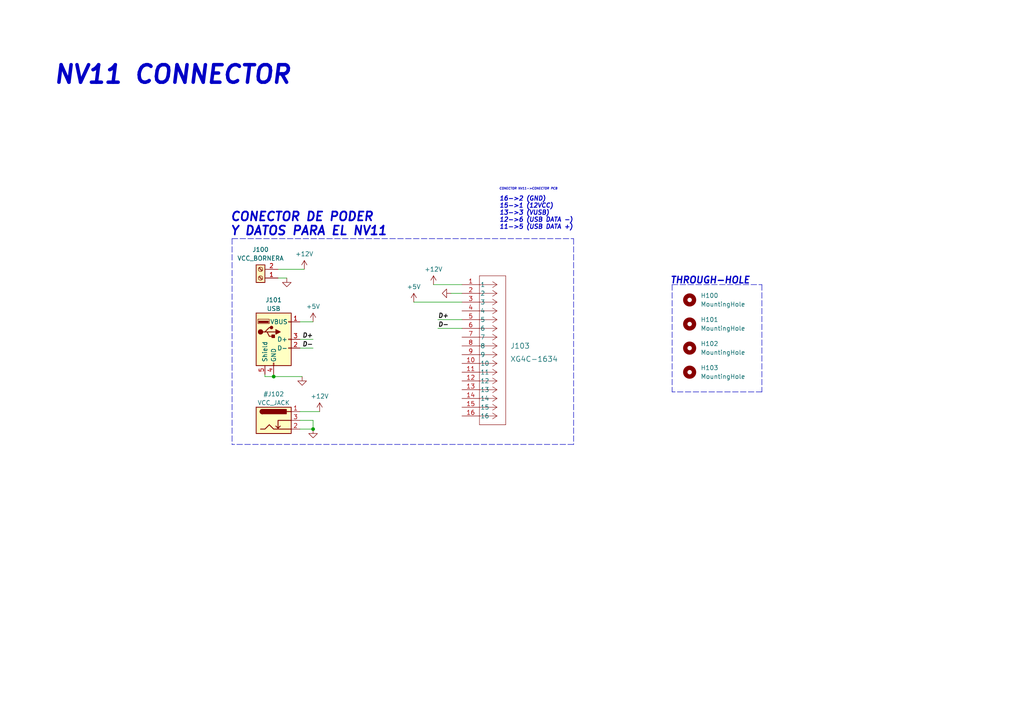
<source format=kicad_sch>
(kicad_sch (version 20211123) (generator eeschema)
  (paper "A4")
  (lib_symbols
    (symbol "Connector:Barrel_Jack_Switch" (pin_names hide)
      (property "Reference" "J" (at 0 5.334 0))
      (property "Value" "Barrel_Jack_Switch" (at 0 -5.08 0))
      (symbol "Barrel_Jack_Switch_0_1"
        (rectangle (start -5.08 3.81) (end 5.08 -3.81) (stroke (width 0.254)) (fill (type background)))
        (arc (start -3.302 3.175) (mid -3.937 2.54) (end -3.302 1.905) (stroke (width 0.254)))
        (arc (start -3.302 3.175) (mid -3.937 2.54) (end -3.302 1.905) (stroke (width 0.254)) (fill (type outline)))
        (polyline (pts (xy 1.27 -2.286) (xy 1.905 -1.651)) (stroke (width 0.254)))
        (polyline (pts (xy 5.08 2.54) (xy 3.81 2.54)) (stroke (width 0.254)))
        (polyline (pts (xy 5.08 0) (xy 1.27 0) (xy 1.27 -2.286) (xy 0.635 -1.651)) (stroke (width 0.254)))
        (polyline (pts (xy -3.81 -2.54) (xy -2.54 -2.54) (xy -1.27 -1.27) (xy 0 -2.54) (xy 2.54 -2.54) (xy 5.08 -2.54)) (stroke (width 0.254)))
        (rectangle (start 3.683 3.175) (end -3.302 1.905) (stroke (width 0.254)) (fill (type outline)))
      )
      (symbol "Barrel_Jack_Switch_1_1"
        (pin passive line (at 7.62 2.54 180) (length 2.54) (name "~") (number "1"))
        (pin passive line (at 7.62 -2.54 180) (length 2.54) (name "~") (number "2"))
        (pin passive line (at 7.62 0 180) (length 2.54) (name "~") (number "3"))
      )
    )
    (symbol "Connector:Screw_Terminal_01x02" (pin_names (offset 1.016) hide)
      (property "Reference" "J" (at 0 2.54 0))
      (property "Value" "Screw_Terminal_01x02" (at 0 -5.08 0))
      (symbol "Screw_Terminal_01x02_1_1"
        (rectangle (start -1.27 1.27) (end 1.27 -3.81) (stroke (width 0.254)) (fill (type background)))
        (circle (center 0 -2.54) (radius 0.635) (stroke (width 0.1524)))
        (polyline (pts (xy -0.5334 -2.2098) (xy 0.3302 -3.048)) (stroke (width 0.1524)))
        (polyline (pts (xy -0.5334 0.3302) (xy 0.3302 -0.508)) (stroke (width 0.1524)))
        (polyline (pts (xy -0.3556 -2.032) (xy 0.508 -2.8702)) (stroke (width 0.1524)))
        (polyline (pts (xy -0.3556 0.508) (xy 0.508 -0.3302)) (stroke (width 0.1524)))
        (circle (center 0 0) (radius 0.635) (stroke (width 0.1524)))
        (pin passive line (at -5.08 0 0) (length 3.81) (name "Pin_1") (number "1"))
        (pin passive line (at -5.08 -2.54 0) (length 3.81) (name "Pin_2") (number "2"))
      )
    )
    (symbol "Connector:USB_A" (pin_names (offset 1.016))
      (property "Reference" "J" (at -5.08 11.43 0))
      (property "Value" "USB_A" (at -5.08 8.89 0))
      (symbol "USB_A_0_1"
        (rectangle (start -5.08 -7.62) (end 5.08 7.62) (stroke (width 0.254)) (fill (type background)))
        (circle (center -3.81 2.159) (radius 0.635) (stroke (width 0.254)) (fill (type outline)))
        (rectangle (start -1.524 4.826) (end -4.318 5.334) (fill (type outline)))
        (rectangle (start -1.27 4.572) (end -4.572 5.842))
        (circle (center -0.635 3.429) (radius 0.381) (stroke (width 0.254)) (fill (type outline)))
        (rectangle (start -0.127 -7.62) (end 0.127 -6.858))
        (polyline (pts (xy -3.175 2.159) (xy -2.54 2.159) (xy -1.27 3.429) (xy -0.635 3.429)) (stroke (width 0.254)))
        (polyline (pts (xy -2.54 2.159) (xy -1.905 2.159) (xy -1.27 0.889) (xy 0 0.889)) (stroke (width 0.254)))
        (polyline (pts (xy 0.635 2.794) (xy 0.635 1.524) (xy 1.905 2.159) (xy 0.635 2.794)) (stroke (width 0.254)) (fill (type outline)))
        (rectangle (start 0.254 1.27) (end -0.508 0.508) (stroke (width 0.254)) (fill (type outline)))
        (rectangle (start 5.08 -2.667) (end 4.318 -2.413))
        (rectangle (start 5.08 -0.127) (end 4.318 0.127))
        (rectangle (start 5.08 4.953) (end 4.318 5.207))
      )
      (symbol "USB_A_1_1"
        (polyline (pts (xy -1.905 2.159) (xy 0.635 2.159)) (stroke (width 0.254)))
        (pin power_in line (at 7.62 5.08 180) (length 2.54) (name "VBUS") (number "1"))
        (pin bidirectional line (at 7.62 -2.54 180) (length 2.54) (name "D-") (number "2"))
        (pin bidirectional line (at 7.62 0 180) (length 2.54) (name "D+") (number "3"))
        (pin power_in line (at 0 -10.16 90) (length 2.54) (name "GND") (number "4"))
        (pin passive line (at -2.54 -10.16 90) (length 2.54) (name "Shield") (number "5"))
      )
    )
    (symbol "Mechanical:MountingHole" (pin_names (offset 1.016))
      (property "Reference" "H" (at 0 5.08 0))
      (property "Value" "MountingHole" (at 0 3.175 0))
      (symbol "MountingHole_0_1"
        (circle (center 0 0) (radius 1.27) (stroke (width 1.27)))
      )
    )
    (symbol "XG4C-1634:XG4C-1634" (pin_names (offset 0.254))
      (property "Reference" "J" (at 8.89 6.35 0))
      (property "Value" "XG4C-1634" (at 0 0 0))
      (symbol "XG4C-1634_0_1"
        (polyline (pts (xy 5.08 -40.64) (xy 12.7 -40.64)) (stroke (width 0.127)))
        (polyline (pts (xy 5.08 2.54) (xy 5.08 -40.64)) (stroke (width 0.127)))
        (polyline (pts (xy 10.16 -38.1) (xy 5.08 -38.1)) (stroke (width 0.127)))
        (polyline (pts (xy 10.16 -38.1) (xy 8.89 -38.9467)) (stroke (width 0.127)))
        (polyline (pts (xy 10.16 -38.1) (xy 8.89 -37.2533)) (stroke (width 0.127)))
        (polyline (pts (xy 10.16 -35.56) (xy 5.08 -35.56)) (stroke (width 0.127)))
        (polyline (pts (xy 10.16 -35.56) (xy 8.89 -36.4067)) (stroke (width 0.127)))
        (polyline (pts (xy 10.16 -35.56) (xy 8.89 -34.7133)) (stroke (width 0.127)))
        (polyline (pts (xy 10.16 -33.02) (xy 5.08 -33.02)) (stroke (width 0.127)))
        (polyline (pts (xy 10.16 -33.02) (xy 8.89 -33.8667)) (stroke (width 0.127)))
        (polyline (pts (xy 10.16 -33.02) (xy 8.89 -32.1733)) (stroke (width 0.127)))
        (polyline (pts (xy 10.16 -30.48) (xy 5.08 -30.48)) (stroke (width 0.127)))
        (polyline (pts (xy 10.16 -30.48) (xy 8.89 -31.3267)) (stroke (width 0.127)))
        (polyline (pts (xy 10.16 -30.48) (xy 8.89 -29.6333)) (stroke (width 0.127)))
        (polyline (pts (xy 10.16 -27.94) (xy 5.08 -27.94)) (stroke (width 0.127)))
        (polyline (pts (xy 10.16 -27.94) (xy 8.89 -28.7867)) (stroke (width 0.127)))
        (polyline (pts (xy 10.16 -27.94) (xy 8.89 -27.0933)) (stroke (width 0.127)))
        (polyline (pts (xy 10.16 -25.4) (xy 5.08 -25.4)) (stroke (width 0.127)))
        (polyline (pts (xy 10.16 -25.4) (xy 8.89 -26.2467)) (stroke (width 0.127)))
        (polyline (pts (xy 10.16 -25.4) (xy 8.89 -24.5533)) (stroke (width 0.127)))
        (polyline (pts (xy 10.16 -22.86) (xy 5.08 -22.86)) (stroke (width 0.127)))
        (polyline (pts (xy 10.16 -22.86) (xy 8.89 -23.7067)) (stroke (width 0.127)))
        (polyline (pts (xy 10.16 -22.86) (xy 8.89 -22.0133)) (stroke (width 0.127)))
        (polyline (pts (xy 10.16 -20.32) (xy 5.08 -20.32)) (stroke (width 0.127)))
        (polyline (pts (xy 10.16 -20.32) (xy 8.89 -21.1667)) (stroke (width 0.127)))
        (polyline (pts (xy 10.16 -20.32) (xy 8.89 -19.4733)) (stroke (width 0.127)))
        (polyline (pts (xy 10.16 -17.78) (xy 5.08 -17.78)) (stroke (width 0.127)))
        (polyline (pts (xy 10.16 -17.78) (xy 8.89 -18.6267)) (stroke (width 0.127)))
        (polyline (pts (xy 10.16 -17.78) (xy 8.89 -16.9333)) (stroke (width 0.127)))
        (polyline (pts (xy 10.16 -15.24) (xy 5.08 -15.24)) (stroke (width 0.127)))
        (polyline (pts (xy 10.16 -15.24) (xy 8.89 -16.0867)) (stroke (width 0.127)))
        (polyline (pts (xy 10.16 -15.24) (xy 8.89 -14.3933)) (stroke (width 0.127)))
        (polyline (pts (xy 10.16 -12.7) (xy 5.08 -12.7)) (stroke (width 0.127)))
        (polyline (pts (xy 10.16 -12.7) (xy 8.89 -13.5467)) (stroke (width 0.127)))
        (polyline (pts (xy 10.16 -12.7) (xy 8.89 -11.8533)) (stroke (width 0.127)))
        (polyline (pts (xy 10.16 -10.16) (xy 5.08 -10.16)) (stroke (width 0.127)))
        (polyline (pts (xy 10.16 -10.16) (xy 8.89 -11.0067)) (stroke (width 0.127)))
        (polyline (pts (xy 10.16 -10.16) (xy 8.89 -9.3133)) (stroke (width 0.127)))
        (polyline (pts (xy 10.16 -7.62) (xy 5.08 -7.62)) (stroke (width 0.127)))
        (polyline (pts (xy 10.16 -7.62) (xy 8.89 -8.4667)) (stroke (width 0.127)))
        (polyline (pts (xy 10.16 -7.62) (xy 8.89 -6.7733)) (stroke (width 0.127)))
        (polyline (pts (xy 10.16 -5.08) (xy 5.08 -5.08)) (stroke (width 0.127)))
        (polyline (pts (xy 10.16 -5.08) (xy 8.89 -5.9267)) (stroke (width 0.127)))
        (polyline (pts (xy 10.16 -5.08) (xy 8.89 -4.2333)) (stroke (width 0.127)))
        (polyline (pts (xy 10.16 -2.54) (xy 5.08 -2.54)) (stroke (width 0.127)))
        (polyline (pts (xy 10.16 -2.54) (xy 8.89 -3.3867)) (stroke (width 0.127)))
        (polyline (pts (xy 10.16 -2.54) (xy 8.89 -1.6933)) (stroke (width 0.127)))
        (polyline (pts (xy 10.16 0) (xy 5.08 0)) (stroke (width 0.127)))
        (polyline (pts (xy 10.16 0) (xy 8.89 -0.8467)) (stroke (width 0.127)))
        (polyline (pts (xy 10.16 0) (xy 8.89 0.8467)) (stroke (width 0.127)))
        (polyline (pts (xy 12.7 -40.64) (xy 12.7 2.54)) (stroke (width 0.127)))
        (polyline (pts (xy 12.7 2.54) (xy 5.08 2.54)) (stroke (width 0.127)))
        (pin unspecified line (at 0 0 0) (length 5.08) (name "1") (number "1"))
        (pin unspecified line (at 0 -22.86 0) (length 5.08) (name "10") (number "10"))
        (pin unspecified line (at 0 -25.4 0) (length 5.08) (name "11") (number "11"))
        (pin unspecified line (at 0 -27.94 0) (length 5.08) (name "12") (number "12"))
        (pin unspecified line (at 0 -30.48 0) (length 5.08) (name "13") (number "13"))
        (pin unspecified line (at 0 -33.02 0) (length 5.08) (name "14") (number "14"))
        (pin unspecified line (at 0 -35.56 0) (length 5.08) (name "15") (number "15"))
        (pin unspecified line (at 0 -38.1 0) (length 5.08) (name "16") (number "16"))
        (pin unspecified line (at 0 -2.54 0) (length 5.08) (name "2") (number "2"))
        (pin unspecified line (at 0 -5.08 0) (length 5.08) (name "3") (number "3"))
        (pin unspecified line (at 0 -7.62 0) (length 5.08) (name "4") (number "4"))
        (pin unspecified line (at 0 -10.16 0) (length 5.08) (name "5") (number "5"))
        (pin unspecified line (at 0 -12.7 0) (length 5.08) (name "6") (number "6"))
        (pin unspecified line (at 0 -15.24 0) (length 5.08) (name "7") (number "7"))
        (pin unspecified line (at 0 -17.78 0) (length 5.08) (name "8") (number "8"))
        (pin unspecified line (at 0 -20.32 0) (length 5.08) (name "9") (number "9"))
      )
    )
    (symbol "power:+12V" (power) (pin_names (offset 0))
      (property "Value" "+12V" (at 0 3.556 0))
      (symbol "+12V_0_1"
        (polyline (pts (xy -0.762 1.27) (xy 0 2.54)))
        (polyline (pts (xy 0 0) (xy 0 2.54)))
        (polyline (pts (xy 0 2.54) (xy 0.762 1.27)))
      )
      (symbol "+12V_1_1"
        (pin power_in line (at 0 0 90) (length 0) hide (name "+12V") (number "1"))
      )
    )
    (symbol "power:+5V" (power) (pin_names (offset 0))
      (property "Value" "+5V" (at 0 3.556 0))
      (symbol "+5V_0_1"
        (polyline (pts (xy -0.762 1.27) (xy 0 2.54)))
        (polyline (pts (xy 0 0) (xy 0 2.54)))
        (polyline (pts (xy 0 2.54) (xy 0.762 1.27)))
      )
      (symbol "+5V_1_1"
        (pin power_in line (at 0 0 90) (length 0) hide (name "+5V") (number "1"))
      )
    )
    (symbol "power:GND" (power) (pin_names (offset 0))
      (property "Value" "GND" (at 0 -3.81 0))
      (symbol "GND_0_1"
        (polyline (pts (xy 0 0) (xy 0 -1.27) (xy 1.27 -1.27) (xy 0 -2.54) (xy -1.27 -1.27) (xy 0 -1.27)))
      )
      (symbol "GND_1_1"
        (pin power_in line (at 0 0 270) (length 0) hide (name "GND") (number "1"))
      )
    )
  )
  (junction (at 90.805 124.46))
  (junction (at 79.375 109.22))
  (polyline (pts (xy 166.37 128.905) (xy 67.31 128.905)))
  (wire (pts (xy 130.81 85.09) (xy 133.985 85.09)))
  (wire (pts (xy 90.805 121.92) (xy 90.805 124.46)))
  (wire (pts (xy 125.73 82.55) (xy 133.985 82.55)))
  (polyline (pts (xy 166.37 69.215) (xy 166.37 128.905)))
  (wire (pts (xy 79.375 108.585) (xy 79.375 109.22)))
  (wire (pts (xy 86.995 98.425) (xy 90.805 98.425)))
  (wire (pts (xy 80.645 80.645) (xy 83.185 80.645)))
  (polyline (pts (xy 220.98 82.55) (xy 220.98 113.665)))
  (polyline (pts (xy 220.98 113.665) (xy 194.945 113.665)))
  (wire (pts (xy 76.835 108.585) (xy 76.835 109.22)))
  (wire (pts (xy 80.645 78.105) (xy 88.265 78.105)))
  (wire (pts (xy 86.995 121.92) (xy 90.805 121.92)))
  (wire (pts (xy 127 95.25) (xy 133.985 95.25)))
  (wire (pts (xy 86.995 119.38) (xy 92.71 119.38)))
  (wire (pts (xy 76.835 109.22) (xy 79.375 109.22)))
  (wire (pts (xy 120.015 87.63) (xy 133.985 87.63)))
  (polyline (pts (xy 67.31 69.215) (xy 166.37 69.215)))
  (wire (pts (xy 79.375 109.22) (xy 87.63 109.22)))
  (wire (pts (xy 127 92.71) (xy 133.985 92.71)))
  (polyline (pts (xy 67.31 69.215) (xy 67.31 128.905)))
  (polyline (pts (xy 194.945 82.55) (xy 220.98 82.55)))
  (wire (pts (xy 86.995 124.46) (xy 90.805 124.46)))
  (wire (pts (xy 86.995 93.345) (xy 90.805 93.345)))
  (wire (pts (xy 86.995 100.965) (xy 90.805 100.965)))
  (polyline (pts (xy 194.945 82.55) (xy 194.945 113.665)))
  (text "CONECTOR NV11->CONECTOR PCB" (at 144.78 55.245 0) (effects (font (size 0.635 0.635) bold italic) (justify left bottom)))
  (text "THROUGH-HOLE" (at 194.31 82.55 0) (effects (font (size 1.905 1.905) bold italic) (justify left bottom)))
  (text "CONECTOR DE PODER \nY DATOS PARA EL NV11" (at 66.675 68.58 0) (effects (font (size 2.54 2.54) bold italic) (justify left bottom)))
  (text "16->2 (GND)\n15->1 (12VCC)\n13->3 (VUSB)\n12->6 (USB DATA -)\n11->5 (USB DATA +)" (at 144.78 66.675 0) (effects (font (size 1.27 1.27) bold italic) (justify left bottom)))
  (text "NV11 CONNECTOR" (at 15.24 24.765 0) (effects (font (size 5.08 5.08) (thickness 1.016) bold italic) (justify left bottom)))
  (label "D+" (at 127 92.71 0) (effects (font bold italic)))
  (label "D-" (at 90.805 100.965 180) (effects (font bold italic)))
  (label "D-" (at 127 95.25 0) (effects (font bold italic)))
  (label "D+" (at 90.805 98.425 180) (effects (font bold italic)))
  (symbol (lib_id "power:GND") (at 87.63 109.22 0) (unit 1)
    (property "Reference" "#PWR0103" (effects hide))
    (property "Value" "GND" (effects hide))
  )
  (symbol (lib_id "power:+12V") (at 92.71 119.38 0) (unit 1)
    (property "Reference" "#PWR0106" (effects hide))
    (property "Value" "+12V" (at 92.71 114.935 0))
  )
  (symbol (lib_id "Mechanical:MountingHole") (at 200.025 107.95 0) (unit 1)
    (property "Reference" "H103" (at 203.2 106.6799 0) (effects (justify left)))
    (property "Value" "MountingHole" (at 203.2 109.2199 0) (effects (justify left)))
    (property "Footprint" "MountingHole:MountingHole_3.2mm_M3" (effects hide))
  )
  (symbol (lib_id "Mechanical:MountingHole") (at 200.025 86.995 0) (unit 1)
    (property "Reference" "H100" (at 203.2 85.7249 0) (effects (justify left)))
    (property "Value" "MountingHole" (at 203.2 88.2649 0) (effects (justify left)))
    (property "Footprint" "MountingHole:MountingHole_3.2mm_M3" (effects hide))
  )
  (symbol (lib_id "Connector:USB_A") (at 79.375 98.425 0) (unit 1)
    (property "Reference" "J101" (at 79.375 86.995 0))
    (property "Value" "USB" (at 79.375 89.535 0))
    (property "Footprint" "Connector_USB:USB_A_CONNFLY_DS1095-WNR0" (effects hide))
    (property "Datasheet" " ~" (effects hide))
  )
  (symbol (lib_id "power:GND") (at 90.805 124.46 0) (unit 1)
    (property "Reference" "#PWR0107" (effects hide))
    (property "Value" "GND" (effects hide))
  )
  (symbol (lib_id "power:+12V") (at 88.265 78.105 0) (unit 1)
    (property "Reference" "#PWR0105" (effects hide))
    (property "Value" "+12V" (at 88.265 73.66 0))
  )
  (symbol (lib_id "Mechanical:MountingHole") (at 200.025 93.98 0) (unit 1)
    (property "Reference" "H101" (at 203.2 92.7099 0) (effects (justify left)))
    (property "Value" "MountingHole" (at 203.2 95.2499 0) (effects (justify left)))
    (property "Footprint" "MountingHole:MountingHole_3.2mm_M3" (effects hide))
  )
  (symbol (lib_id "power:+5V") (at 120.015 87.63 0) (unit 1)
    (property "Reference" "#PWR0101" (effects hide))
    (property "Value" "+5V" (at 120.015 83.185 0))
  )
  (symbol (lib_id "Mechanical:MountingHole") (at 200.025 100.965 0) (unit 1)
    (property "Reference" "H102" (at 203.2 99.6949 0) (effects (justify left)))
    (property "Value" "MountingHole" (at 203.2 102.2349 0) (effects (justify left)))
    (property "Footprint" "MountingHole:MountingHole_3.2mm_M3" (effects hide))
  )
  (symbol (lib_id "Connector:Screw_Terminal_01x02") (at 75.565 80.645 180) (unit 1)
    (property "Reference" "J100" (at 75.565 72.39 0))
    (property "Value" "VCC_BORNERA" (at 75.565 74.93 0))
    (property "Footprint" "Connector_Phoenix_MSTB:PhoenixContact_MSTBA_2,5_2-G-5,08_1x02_P5.08mm_Horizontal" (effects hide))
  )
  (symbol (lib_id "power:GND") (at 83.185 80.645 0) (unit 1)
    (property "Reference" "#PWR0104" (effects hide))
    (property "Value" "GND" (effects hide))
  )
  (symbol (lib_id "Connector:Barrel_Jack_Switch") (at 79.375 121.92 0) (unit 1)
    (property "Reference" "#J102" (at 79.375 114.3 0))
    (property "Value" "VCC_JACK" (at 79.375 116.84 0))
    (property "Footprint" "Connector_BarrelJack:BarrelJack_CUI_PJ-102AH_Horizontal" (effects hide))
  )
  (symbol (lib_id "power:GND") (at 130.81 85.09 270) (unit 1)
    (property "Reference" "#PWR0108" (effects hide))
    (property "Value" "GND" (effects hide))
  )
  (symbol (lib_id "power:+5V") (at 90.805 93.345 0) (unit 1)
    (property "Reference" "#PWR0109" (effects hide))
    (property "Value" "+5V" (at 90.805 88.9 0))
  )
  (symbol (lib_id "XG4C-1634:XG4C-1634") (at 133.985 82.55 0) (unit 1)
    (property "Reference" "J103" (at 147.955 100.33 0) (effects (font (size 1.524 1.524)) (justify left)))
    (property "Value" "XG4C-1634" (at 147.955 104.14 0) (effects (font (size 1.524 1.524)) (justify left)))
    (property "Footprint" "XG4C-1634:CONN_XG4C-1634_OMR" (effects hide))
    (property "Datasheet" "XG4C-1634" (effects hide))
  )
  (symbol (lib_id "power:+12V") (at 125.73 82.55 0) (unit 1)
    (property "Reference" "#PWR0102" (effects hide))
    (property "Value" "+12V" (at 125.73 78.105 0))
  )
)
</source>
